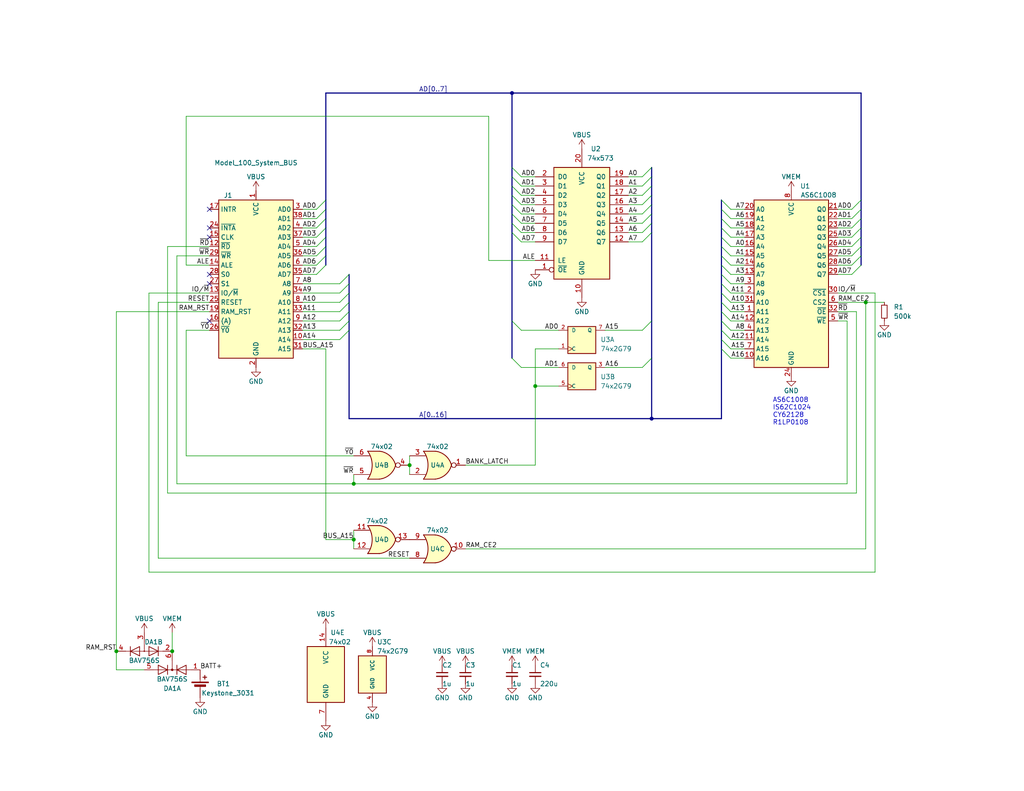
<source format=kicad_sch>
(kicad_sch (version 20230121) (generator eeschema)
  (paper "USLetter")
  (title_block (title "reQUAD") (date "2023-09-23") (rev "020") (company "Brian K. White - b.kenyon.w@gmail.com") (comment 1 "Original Design: Steve Adolph"))
  (lib_symbols
    (symbol "000_LOCAL:628128_TSOP32"
      (property "Reference" "U" (at -10.16 23.495 0))
      (property "Value" "628128_TSOP32" (at 2.54 23.495 0))
      (symbol "628128_TSOP32_0_0"
        (pin power_in line (at 0 -25.4 90) (length 2.54) (name "GND") (number "24"))
        (pin power_in line (at 0 25.4 270) (length 2.54) (name "VCC") (number "8"))
      )
      (symbol "628128_TSOP32_0_1"
        (rectangle (start -10.16 22.86) (end 10.16 -22.86) (stroke (width 0.254)) (fill (type background)))
      )
      (symbol "628128_TSOP32_1_1"
        (pin input line (at -12.7 -7.62 0) (length 2.54) (name "A11") (number "1"))
        (pin input line (at -12.7 -20.32 0) (length 2.54) (name "A16") (number "10"))
        (pin input line (at -12.7 -15.24 0) (length 2.54) (name "A14") (number "11"))
        (pin input line (at -12.7 -10.16 0) (length 2.54) (name "A12") (number "12"))
        (pin input line (at -12.7 2.54 0) (length 2.54) (name "A7") (number "13"))
        (pin input line (at -12.7 5.08 0) (length 2.54) (name "A6") (number "14"))
        (pin input line (at -12.7 7.62 0) (length 2.54) (name "A5") (number "15"))
        (pin input line (at -12.7 10.16 0) (length 2.54) (name "A4") (number "16"))
        (pin input line (at -12.7 12.7 0) (length 2.54) (name "A3") (number "17"))
        (pin input line (at -12.7 15.24 0) (length 2.54) (name "A2") (number "18"))
        (pin input line (at -12.7 17.78 0) (length 2.54) (name "A1") (number "19"))
        (pin input line (at -12.7 -2.54 0) (length 2.54) (name "A9") (number "2"))
        (pin input line (at -12.7 20.32 0) (length 2.54) (name "A0") (number "20"))
        (pin tri_state line (at 12.7 20.32 180) (length 2.54) (name "Q0") (number "21"))
        (pin tri_state line (at 12.7 17.78 180) (length 2.54) (name "Q1") (number "22"))
        (pin tri_state line (at 12.7 15.24 180) (length 2.54) (name "Q2") (number "23"))
        (pin tri_state line (at 12.7 12.7 180) (length 2.54) (name "Q3") (number "25"))
        (pin tri_state line (at 12.7 10.16 180) (length 2.54) (name "Q4") (number "26"))
        (pin tri_state line (at 12.7 7.62 180) (length 2.54) (name "Q5") (number "27"))
        (pin tri_state line (at 12.7 5.08 180) (length 2.54) (name "Q6") (number "28"))
        (pin tri_state line (at 12.7 2.54 180) (length 2.54) (name "Q7") (number "29"))
        (pin input line (at -12.7 0 0) (length 2.54) (name "A8") (number "3"))
        (pin input line (at 12.7 -2.54 180) (length 2.54) (name "~{CS1}") (number "30"))
        (pin input line (at -12.7 -5.08 0) (length 2.54) (name "A10") (number "31"))
        (pin input line (at 12.7 -7.62 180) (length 2.54) (name "~{OE}") (number "32"))
        (pin input line (at -12.7 -12.7 0) (length 2.54) (name "A13") (number "4"))
        (pin input line (at 12.7 -10.16 180) (length 2.54) (name "~{WE}") (number "5"))
        (pin input line (at 12.7 -5.08 180) (length 2.54) (name "CS2") (number "6"))
        (pin input line (at -12.7 -17.78 0) (length 2.54) (name "A15") (number "7"))
        (pin no_connect line (at 10.16 -20.32 180) (length 2.54) hide (name "NC") (number "9"))
      )
    )
    (symbol "000_LOCAL:74x02" (pin_names (offset 1.016))
      (property "Reference" "U" (at 0 1.27 0))
      (property "Value" "74x02" (at 0 -1.27 0))
      (symbol "74x02_1_1"
        (arc (start -3.81 -3.81) (mid -2.589 0) (end -3.81 3.81) (stroke (width 0.254)))
        (arc (start -0.6096 -3.81) (mid 2.1842 -2.5851) (end 3.81 0) (stroke (width 0.254)) (fill (type background)))
        (polyline (pts (xy -3.81 -3.81) (xy -0.635 -3.81)) (stroke (width 0.254)) (fill (type background)))
        (polyline (pts (xy -3.81 3.81) (xy -0.635 3.81)) (stroke (width 0.254)) (fill (type background)))
        (polyline (pts (xy -0.635 3.81) (xy -3.81 3.81) (xy -3.81 3.81) (xy -3.556 3.4036) (xy -3.0226 2.2606) (xy -2.6924 1.0414) (xy -2.6162 -0.254) (xy -2.7686 -1.4986) (xy -3.175 -2.7178) (xy -3.81 -3.81) (xy -3.81 -3.81) (xy -0.635 -3.81)) (stroke (width -25.4)) (fill (type background)))
        (arc (start 3.81 0) (mid 2.1915 2.5936) (end -0.6096 3.81) (stroke (width 0.254)) (fill (type background)))
        (pin output inverted (at 7.62 0 180) (length 3.81) (name "~") (number "1"))
        (pin input line (at -7.62 2.54 0) (length 4.318) (name "~") (number "2"))
        (pin input line (at -7.62 -2.54 0) (length 4.318) (name "~") (number "3"))
      )
      (symbol "74x02_1_2"
        (arc (start 0 -3.81) (mid 3.7934 0) (end 0 3.81) (stroke (width 0.254)) (fill (type background)))
        (polyline (pts (xy 0 3.81) (xy -3.81 3.81) (xy -3.81 -3.81) (xy 0 -3.81)) (stroke (width 0.254)) (fill (type background)))
        (pin output line (at 7.62 0 180) (length 3.81) (name "~") (number "1"))
        (pin input inverted (at -7.62 2.54 0) (length 3.81) (name "~") (number "2"))
        (pin input inverted (at -7.62 -2.54 0) (length 3.81) (name "~") (number "3"))
      )
      (symbol "74x02_2_1"
        (arc (start -3.81 -3.81) (mid -2.589 0) (end -3.81 3.81) (stroke (width 0.254)))
        (arc (start -0.6096 -3.81) (mid 2.1842 -2.5851) (end 3.81 0) (stroke (width 0.254)) (fill (type background)))
        (polyline (pts (xy -3.81 -3.81) (xy -0.635 -3.81)) (stroke (width 0.254)) (fill (type background)))
        (polyline (pts (xy -3.81 3.81) (xy -0.635 3.81)) (stroke (width 0.254)) (fill (type background)))
        (polyline (pts (xy -0.635 3.81) (xy -3.81 3.81) (xy -3.81 3.81) (xy -3.556 3.4036) (xy -3.0226 2.2606) (xy -2.6924 1.0414) (xy -2.6162 -0.254) (xy -2.7686 -1.4986) (xy -3.175 -2.7178) (xy -3.81 -3.81) (xy -3.81 -3.81) (xy -0.635 -3.81)) (stroke (width -25.4)) (fill (type background)))
        (arc (start 3.81 0) (mid 2.1915 2.5936) (end -0.6096 3.81) (stroke (width 0.254)) (fill (type background)))
        (pin output inverted (at 7.62 0 180) (length 3.81) (name "~") (number "4"))
        (pin input line (at -7.62 2.54 0) (length 4.318) (name "~") (number "5"))
        (pin input line (at -7.62 -2.54 0) (length 4.318) (name "~") (number "6"))
      )
      (symbol "74x02_2_2"
        (arc (start 0 -3.81) (mid 3.7934 0) (end 0 3.81) (stroke (width 0.254)) (fill (type background)))
        (polyline (pts (xy 0 3.81) (xy -3.81 3.81) (xy -3.81 -3.81) (xy 0 -3.81)) (stroke (width 0.254)) (fill (type background)))
        (pin output line (at 7.62 0 180) (length 3.81) (name "~") (number "4"))
        (pin input inverted (at -7.62 2.54 0) (length 3.81) (name "~") (number "5"))
        (pin input inverted (at -7.62 -2.54 0) (length 3.81) (name "~") (number "6"))
      )
      (symbol "74x02_3_1"
        (arc (start -3.81 -3.81) (mid -2.589 0) (end -3.81 3.81) (stroke (width 0.254)))
        (arc (start -0.6096 -3.81) (mid 2.1842 -2.5851) (end 3.81 0) (stroke (width 0.254)) (fill (type background)))
        (polyline (pts (xy -3.81 -3.81) (xy -0.635 -3.81)) (stroke (width 0.254)) (fill (type background)))
        (polyline (pts (xy -3.81 3.81) (xy -0.635 3.81)) (stroke (width 0.254)) (fill (type background)))
        (polyline (pts (xy -0.635 3.81) (xy -3.81 3.81) (xy -3.81 3.81) (xy -3.556 3.4036) (xy -3.0226 2.2606) (xy -2.6924 1.0414) (xy -2.6162 -0.254) (xy -2.7686 -1.4986) (xy -3.175 -2.7178) (xy -3.81 -3.81) (xy -3.81 -3.81) (xy -0.635 -3.81)) (stroke (width -25.4)) (fill (type background)))
        (arc (start 3.81 0) (mid 2.1915 2.5936) (end -0.6096 3.81) (stroke (width 0.254)) (fill (type background)))
        (pin output inverted (at 7.62 0 180) (length 3.81) (name "~") (number "10"))
        (pin input line (at -7.62 2.54 0) (length 4.318) (name "~") (number "8"))
        (pin input line (at -7.62 -2.54 0) (length 4.318) (name "~") (number "9"))
      )
      (symbol "74x02_3_2"
        (arc (start 0 -3.81) (mid 3.7934 0) (end 0 3.81) (stroke (width 0.254)) (fill (type background)))
        (polyline (pts (xy 0 3.81) (xy -3.81 3.81) (xy -3.81 -3.81) (xy 0 -3.81)) (stroke (width 0.254)) (fill (type background)))
        (pin output line (at 7.62 0 180) (length 3.81) (name "~") (number "10"))
        (pin input inverted (at -7.62 2.54 0) (length 3.81) (name "~") (number "8"))
        (pin input inverted (at -7.62 -2.54 0) (length 3.81) (name "~") (number "9"))
      )
      (symbol "74x02_4_1"
        (arc (start -3.81 -3.81) (mid -2.589 0) (end -3.81 3.81) (stroke (width 0.254)))
        (arc (start -0.6096 -3.81) (mid 2.1842 -2.5851) (end 3.81 0) (stroke (width 0.254)) (fill (type background)))
        (polyline (pts (xy -3.81 -3.81) (xy -0.635 -3.81)) (stroke (width 0.254)) (fill (type background)))
        (polyline (pts (xy -3.81 3.81) (xy -0.635 3.81)) (stroke (width 0.254)) (fill (type background)))
        (polyline (pts (xy -0.635 3.81) (xy -3.81 3.81) (xy -3.81 3.81) (xy -3.556 3.4036) (xy -3.0226 2.2606) (xy -2.6924 1.0414) (xy -2.6162 -0.254) (xy -2.7686 -1.4986) (xy -3.175 -2.7178) (xy -3.81 -3.81) (xy -3.81 -3.81) (xy -0.635 -3.81)) (stroke (width -25.4)) (fill (type background)))
        (arc (start 3.81 0) (mid 2.1915 2.5936) (end -0.6096 3.81) (stroke (width 0.254)) (fill (type background)))
        (pin input line (at -7.62 2.54 0) (length 4.318) (name "~") (number "11"))
        (pin input line (at -7.62 -2.54 0) (length 4.318) (name "~") (number "12"))
        (pin output inverted (at 7.62 0 180) (length 3.81) (name "~") (number "13"))
      )
      (symbol "74x02_4_2"
        (arc (start 0 -3.81) (mid 3.7934 0) (end 0 3.81) (stroke (width 0.254)) (fill (type background)))
        (polyline (pts (xy 0 3.81) (xy -3.81 3.81) (xy -3.81 -3.81) (xy 0 -3.81)) (stroke (width 0.254)) (fill (type background)))
        (pin input inverted (at -7.62 2.54 0) (length 3.81) (name "~") (number "11"))
        (pin input inverted (at -7.62 -2.54 0) (length 3.81) (name "~") (number "12"))
        (pin output line (at 7.62 0 180) (length 3.81) (name "~") (number "13"))
      )
      (symbol "74x02_5_0"
        (pin power_in line (at 0 12.7 270) (length 5.08) (name "VCC") (number "14"))
        (pin power_in line (at 0 -12.7 90) (length 5.08) (name "GND") (number "7"))
      )
      (symbol "74x02_5_1"
        (rectangle (start -5.08 7.62) (end 5.08 -7.62) (stroke (width 0.254)) (fill (type background)))
      )
    )
    (symbol "000_LOCAL:74x2G79" (pin_names (offset 1.016))
      (property "Reference" "U" (at 1.27 8.89 0))
      (property "Value" "74x2G79" (at 1.27 6.35 0))
      (symbol "74x2G79_1_1"
        (rectangle (start -3.81 3.556) (end 3.81 -3.81) (stroke (width 0.254)) (fill (type background)))
        (pin input clock (at -6.35 -2.54 0) (length 2.54) (name "C") (number "1"))
        (pin input line (at -6.35 2.54 0) (length 2.54) (name "D") (number "2"))
        (pin output line (at 6.35 2.54 180) (length 2.54) (name "Q") (number "7"))
      )
      (symbol "74x2G79_2_1"
        (rectangle (start -3.81 3.81) (end 3.81 -3.556) (stroke (width 0.254)) (fill (type background)))
        (pin output line (at 6.35 2.54 180) (length 2.54) (name "Q") (number "3"))
        (pin input clock (at -6.35 -2.54 0) (length 2.54) (name "C") (number "5"))
        (pin input line (at -6.35 2.54 0) (length 2.54) (name "D") (number "6"))
      )
      (symbol "74x2G79_3_1"
        (rectangle (start -3.81 5.08) (end 3.81 -5.08) (stroke (width 0.254)) (fill (type background)))
        (pin power_in line (at 0 -7.62 90) (length 2.54) (name "GND") (number "4"))
        (pin power_in line (at 0 7.62 270) (length 2.54) (name "VCC") (number "8"))
      )
    )
    (symbol "000_LOCAL:74x573" (pin_names (offset 1.016))
      (property "Reference" "U?" (at 0 0.762 0))
      (property "Value" "74x573" (at 0.127 -2.032 0))
      (symbol "74x573_1_0"
        (pin input inverted (at -12.7 -12.7 0) (length 5.08) (name "~{OE}") (number "1"))
        (pin power_in line (at 0 -20.32 90) (length 5.08) (name "GND") (number "10"))
        (pin input line (at -12.7 -10.16 0) (length 5.08) (name "LE") (number "11"))
        (pin tri_state line (at 12.7 -5.08 180) (length 5.08) (name "Q7") (number "12"))
        (pin tri_state line (at 12.7 -2.54 180) (length 5.08) (name "Q6") (number "13"))
        (pin tri_state line (at 12.7 0 180) (length 5.08) (name "Q5") (number "14"))
        (pin tri_state line (at 12.7 2.54 180) (length 5.08) (name "Q4") (number "15"))
        (pin tri_state line (at 12.7 5.08 180) (length 5.08) (name "Q3") (number "16"))
        (pin tri_state line (at 12.7 7.62 180) (length 5.08) (name "Q2") (number "17"))
        (pin tri_state line (at 12.7 10.16 180) (length 5.08) (name "Q1") (number "18"))
        (pin tri_state line (at 12.7 12.7 180) (length 5.08) (name "Q0") (number "19"))
        (pin input line (at -12.7 12.7 0) (length 5.08) (name "D0") (number "2"))
        (pin power_in line (at 0 20.32 270) (length 5.08) (name "VCC") (number "20"))
        (pin input line (at -12.7 10.16 0) (length 5.08) (name "D1") (number "3"))
        (pin input line (at -12.7 7.62 0) (length 5.08) (name "D2") (number "4"))
        (pin input line (at -12.7 5.08 0) (length 5.08) (name "D3") (number "5"))
        (pin input line (at -12.7 2.54 0) (length 5.08) (name "D4") (number "6"))
        (pin input line (at -12.7 0 0) (length 5.08) (name "D5") (number "7"))
        (pin input line (at -12.7 -2.54 0) (length 5.08) (name "D6") (number "8"))
        (pin input line (at -12.7 -5.08 0) (length 5.08) (name "D7") (number "9"))
      )
      (symbol "74x573_1_1"
        (rectangle (start -7.62 15.24) (end 7.62 -15.24) (stroke (width 0.254)) (fill (type background)))
      )
    )
    (symbol "000_LOCAL:BAV756S" (pin_names (offset 0.0254) hide)
      (property "Reference" "D" (at 0 2.54 0))
      (property "Value" "BAV756S" (at 0 5.08 0))
      (symbol "BAV756S_1_1"
        (polyline (pts (xy -5.08 0) (xy 5.08 0)))
        (polyline (pts (xy 0 0) (xy 0 -2.54)))
        (polyline (pts (xy -1.27 -1.27) (xy -1.27 1.27) (xy -1.27 1.27)) (stroke (width 0.2032)))
        (polyline (pts (xy 1.27 -1.27) (xy 1.27 1.27) (xy 1.27 1.27)) (stroke (width 0.2032)))
        (polyline (pts (xy -3.81 1.27) (xy -1.27 0) (xy -3.81 -1.27) (xy -3.81 1.27) (xy -3.81 1.27) (xy -3.81 1.27)) (stroke (width 0.2032)))
        (polyline (pts (xy 3.81 -1.27) (xy 1.27 0) (xy 3.81 1.27) (xy 3.81 -1.27) (xy 3.81 -1.27) (xy 3.81 -1.27)) (stroke (width 0.2032)))
        (circle (center 0 0) (radius 0.254) (fill (type outline)))
        (pin passive line (at -7.62 0 0) (length 2.54) (name "A1") (number "1"))
        (pin passive line (at 7.62 0 180) (length 2.54) (name "A4") (number "5"))
        (pin passive line (at 0 -5.08 90) (length 2.54) (name "CK") (number "6"))
      )
      (symbol "BAV756S_2_1"
        (polyline (pts (xy -5.08 0) (xy 5.08 0)))
        (polyline (pts (xy 0 0) (xy 0 -2.54)))
        (polyline (pts (xy -3.81 1.27) (xy -3.81 -1.27) (xy -3.81 -1.27)) (stroke (width 0.2032)))
        (polyline (pts (xy 3.81 1.27) (xy 3.81 -1.27) (xy 3.81 -1.27)) (stroke (width 0.2032)))
        (polyline (pts (xy -1.27 -1.27) (xy -3.81 0) (xy -1.27 1.27) (xy -1.27 -1.27) (xy -1.27 -1.27) (xy -1.27 -1.27)) (stroke (width 0.2032)))
        (polyline (pts (xy 1.27 1.27) (xy 3.81 0) (xy 1.27 -1.27) (xy 1.27 1.27) (xy 1.27 1.27) (xy 1.27 1.27)) (stroke (width 0.2032)))
        (circle (center 0 0) (radius 0.127))
        (pin passive line (at -7.62 0 0) (length 2.54) (name "K2") (number "2"))
        (pin passive line (at 0 -5.08 90) (length 2.54) (name "CA") (number "3"))
        (pin passive line (at 7.62 0 180) (length 2.54) (name "K3") (number "4"))
      )
    )
    (symbol "000_LOCAL:Battery_Cell" (pin_numbers hide) (pin_names (offset 0) hide)
      (property "Reference" "BT" (at 2.54 2.54 0))
      (property "Value" "Battery_Cell" (at 2.54 0 0))
      (symbol "Battery_Cell_0_1"
        (rectangle (start -2.286 1.778) (end 2.286 1.524) (fill (type outline)))
        (rectangle (start -1.524 1.016) (end 1.524 0.508) (fill (type outline)))
        (polyline (pts (xy 0 0.762) (xy 0 0)))
        (polyline (pts (xy 0 1.778) (xy 0 2.54)))
        (polyline (pts (xy 0.762 3.048) (xy 1.778 3.048)) (stroke (width 0.254)))
        (polyline (pts (xy 1.27 3.556) (xy 1.27 2.54)) (stroke (width 0.254)))
      )
      (symbol "Battery_Cell_1_1"
        (pin passive line (at 0 5.08 270) (length 2.54) (name "+") (number "1"))
        (pin passive line (at 0 -2.54 90) (length 2.54) (name "-") (number "2"))
      )
    )
    (symbol "000_LOCAL:C" (pin_numbers hide) (pin_names (offset 0.254) hide)
      (property "Reference" "C" (at 0.254 1.778 0))
      (property "Value" "C" (at 0.254 -2.032 0))
      (symbol "C_0_1"
        (polyline (pts (xy -1.524 -0.508) (xy 1.524 -0.508)) (stroke (width 0.3302)))
        (polyline (pts (xy -1.524 0.508) (xy 1.524 0.508)) (stroke (width 0.3048)))
      )
      (symbol "C_1_1"
        (pin passive line (at 0 2.54 270) (length 2.032) (name "~") (number "1"))
        (pin passive line (at 0 -2.54 90) (length 2.032) (name "~") (number "2"))
      )
    )
    (symbol "000_LOCAL:C_Small" (pin_numbers hide) (pin_names (offset 0.254) hide)
      (property "Reference" "C" (at 0.254 1.778 0))
      (property "Value" "C_Small" (at 0.254 -2.032 0))
      (symbol "C_Small_0_1"
        (polyline (pts (xy -1.524 -0.508) (xy 1.524 -0.508)) (stroke (width 0.3302)))
        (polyline (pts (xy -1.524 0.508) (xy 1.524 0.508)) (stroke (width 0.3048)))
      )
      (symbol "C_Small_1_1"
        (pin passive line (at 0 2.54 270) (length 2.032) (name "~") (number "1"))
        (pin passive line (at 0 -2.54 90) (length 2.032) (name "~") (number "2"))
      )
    )
    (symbol "000_LOCAL:Model_100_System_BUS"
      (property "Reference" "J" (at -7.62 22.86 0))
      (property "Value" "Model_100_System_BUS" (at 15.621 27.305 0))
      (symbol "Model_100_System_BUS_0_1"
        (rectangle (start -10.16 21.59) (end 10.16 -21.59) (stroke (width 0.254)) (fill (type background)))
      )
      (symbol "Model_100_System_BUS_1_1"
        (pin power_out line (at 0 24.13 270) (length 2.54) (name "VCC") (number "1"))
        (pin output line (at 12.7 -16.51 180) (length 2.54) (name "A14") (number "10"))
        (pin passive line (at 0 -24.13 90) (length 2.54) hide (name "GND") (number "11"))
        (pin output line (at -12.7 8.89 0) (length 2.54) (name "~{RD}") (number "12"))
        (pin output line (at -12.7 -3.81 0) (length 2.54) (name "IO/~{M}") (number "13"))
        (pin output line (at -12.7 3.81 0) (length 2.54) (name "ALE") (number "14"))
        (pin output line (at -12.7 11.43 0) (length 2.54) (name "CLK") (number "15"))
        (pin output line (at -12.7 -11.43 0) (length 2.54) (name "(A)") (number "16"))
        (pin input line (at -12.7 19.05 0) (length 2.54) (name "INTR") (number "17"))
        (pin passive line (at 0 -24.13 90) (length 2.54) hide (name "GND") (number "18"))
        (pin output line (at -12.7 -8.89 0) (length 2.54) (name "RAM_RST") (number "19"))
        (pin power_out line (at 0 -24.13 90) (length 2.54) (name "GND") (number "2"))
        (pin no_connect line (at -10.16 -17.78 0) (length 2.54) hide (name "NC") (number "20"))
        (pin no_connect line (at -10.16 -19.05 0) (length 2.54) hide (name "NC") (number "21"))
        (pin no_connect line (at -10.16 -20.32 0) (length 2.54) hide (name "NC") (number "22"))
        (pin passive line (at 0 -24.13 90) (length 2.54) hide (name "GND") (number "23"))
        (pin output line (at -12.7 13.97 0) (length 2.54) (name "~{INTA}") (number "24"))
        (pin output line (at -12.7 -6.35 0) (length 2.54) (name "RESET") (number "25"))
        (pin output line (at -12.7 -13.97 0) (length 2.54) (name "~{Y0}") (number "26"))
        (pin output line (at -12.7 -1.27 0) (length 2.54) (name "S1") (number "27"))
        (pin output line (at -12.7 1.27 0) (length 2.54) (name "S0") (number "28"))
        (pin output line (at -12.7 6.35 0) (length 2.54) (name "~{WR}") (number "29"))
        (pin bidirectional line (at 12.7 19.05 180) (length 2.54) (name "AD0") (number "3"))
        (pin passive line (at 0 -24.13 90) (length 2.54) hide (name "GND") (number "30"))
        (pin output line (at 12.7 -19.05 180) (length 2.54) (name "A15") (number "31"))
        (pin output line (at 12.7 -13.97 180) (length 2.54) (name "A13") (number "32"))
        (pin output line (at 12.7 -8.89 180) (length 2.54) (name "A11") (number "33"))
        (pin output line (at 12.7 -3.81 180) (length 2.54) (name "A9") (number "34"))
        (pin bidirectional line (at 12.7 1.27 180) (length 2.54) (name "AD7") (number "35"))
        (pin bidirectional line (at 12.7 6.35 180) (length 2.54) (name "AD5") (number "36"))
        (pin bidirectional line (at 12.7 11.43 180) (length 2.54) (name "AD3") (number "37"))
        (pin bidirectional line (at 12.7 16.51 180) (length 2.54) (name "AD1") (number "38"))
        (pin passive line (at 0 -24.13 90) (length 2.54) hide (name "GND") (number "39"))
        (pin bidirectional line (at 12.7 13.97 180) (length 2.54) (name "AD2") (number "4"))
        (pin passive line (at 0 24.13 270) (length 2.54) hide (name "VCC") (number "40"))
        (pin bidirectional line (at 12.7 8.89 180) (length 2.54) (name "AD4") (number "5"))
        (pin bidirectional line (at 12.7 3.81 180) (length 2.54) (name "AD6") (number "6"))
        (pin output line (at 12.7 -1.27 180) (length 2.54) (name "A8") (number "7"))
        (pin output line (at 12.7 -6.35 180) (length 2.54) (name "A10") (number "8"))
        (pin output line (at 12.7 -11.43 180) (length 2.54) (name "A12") (number "9"))
      )
    )
    (symbol "000_LOCAL:R" (pin_numbers hide) (pin_names (offset 0.254) hide)
      (property "Reference" "R" (at 0.762 0.508 0))
      (property "Value" "R_Small" (at 0.762 -1.016 0))
      (symbol "R_0_1"
        (rectangle (start -0.762 1.778) (end 0.762 -1.778) (stroke (width 0.2032)))
      )
      (symbol "R_1_1"
        (pin passive line (at 0 2.54 270) (length 0.762) (name "~") (number "1"))
        (pin passive line (at 0 -2.54 90) (length 0.762) (name "~") (number "2"))
      )
    )
    (symbol "GND_1" (power) (pin_names (offset 0))
      (property "Value" "GND_1" (at 0 -3.81 0))
      (symbol "GND_1_0_1"
        (polyline (pts (xy 0 0) (xy 0 -1.27) (xy 1.27 -1.27) (xy 0 -2.54) (xy -1.27 -1.27) (xy 0 -1.27)))
      )
      (symbol "GND_1_1_1"
        (pin power_in line (at 0 0 270) (length 0) hide (name "GND") (number "1"))
      )
    )
    (symbol "GND_2" (power) (pin_names (offset 0))
      (property "Value" "GND_2" (at 0 -3.81 0))
      (symbol "GND_2_0_1"
        (polyline (pts (xy 0 0) (xy 0 -1.27) (xy 1.27 -1.27) (xy 0 -2.54) (xy -1.27 -1.27) (xy 0 -1.27)))
      )
      (symbol "GND_2_1_1"
        (pin power_in line (at 0 0 270) (length 0) hide (name "GND") (number "1"))
      )
    )
    (symbol "GND_3" (power) (pin_names (offset 0))
      (property "Value" "GND_3" (at 0 -3.81 0))
      (symbol "GND_3_0_1"
        (polyline (pts (xy 0 0) (xy 0 -1.27) (xy 1.27 -1.27) (xy 0 -2.54) (xy -1.27 -1.27) (xy 0 -1.27)))
      )
      (symbol "GND_3_1_1"
        (pin power_in line (at 0 0 270) (length 0) hide (name "GND") (number "1"))
      )
    )
    (symbol "GND_4" (power) (pin_names (offset 0))
      (property "Value" "GND_4" (at 0 -3.81 0))
      (symbol "GND_4_0_1"
        (polyline (pts (xy 0 0) (xy 0 -1.27) (xy 1.27 -1.27) (xy 0 -2.54) (xy -1.27 -1.27) (xy 0 -1.27)))
      )
      (symbol "GND_4_1_1"
        (pin power_in line (at 0 0 270) (length 0) hide (name "GND") (number "1"))
      )
    )
    (symbol "GND_5" (power) (pin_names (offset 0))
      (property "Value" "GND_5" (at 0 -3.81 0))
      (symbol "GND_5_0_1"
        (polyline (pts (xy 0 0) (xy 0 -1.27) (xy 1.27 -1.27) (xy 0 -2.54) (xy -1.27 -1.27) (xy 0 -1.27)))
      )
      (symbol "GND_5_1_1"
        (pin power_in line (at 0 0 270) (length 0) hide (name "GND") (number "1"))
      )
    )
    (symbol "GND_6" (power) (pin_names (offset 0))
      (property "Value" "GND_6" (at 0 -3.81 0))
      (symbol "GND_6_0_1"
        (polyline (pts (xy 0 0) (xy 0 -1.27) (xy 1.27 -1.27) (xy 0 -2.54) (xy -1.27 -1.27) (xy 0 -1.27)))
      )
      (symbol "GND_6_1_1"
        (pin power_in line (at 0 0 270) (length 0) hide (name "GND") (number "1"))
      )
    )
    (symbol "VMEM_1" (power) (pin_names (offset 0))
      (property "Value" "VMEM_1" (at 0 3.81 0))
      (symbol "VMEM_1_0_1"
        (polyline (pts (xy -0.762 1.27) (xy 0 2.54)))
        (polyline (pts (xy 0 0) (xy 0 2.54)))
        (polyline (pts (xy 0 2.54) (xy 0.762 1.27)))
      )
      (symbol "VMEM_1_1_1"
        (pin power_in line (at 0 0 90) (length 0) hide (name "VMEM") (number "1"))
      )
    )
    (symbol "VMEM_2" (power) (pin_names (offset 0))
      (property "Value" "VMEM_2" (at 0 3.81 0))
      (symbol "VMEM_2_0_1"
        (polyline (pts (xy -0.762 1.27) (xy 0 2.54)))
        (polyline (pts (xy 0 0) (xy 0 2.54)))
        (polyline (pts (xy 0 2.54) (xy 0.762 1.27)))
      )
      (symbol "VMEM_2_1_1"
        (pin power_in line (at 0 0 90) (length 0) hide (name "VMEM") (number "1"))
      )
    )
    (symbol "power:GND" (power) (pin_names (offset 0))
      (property "Value" "GND" (at 0 -3.81 0))
      (symbol "GND_0_1"
        (polyline (pts (xy 0 0) (xy 0 -1.27) (xy 1.27 -1.27) (xy 0 -2.54) (xy -1.27 -1.27) (xy 0 -1.27)))
      )
      (symbol "GND_1_1"
        (pin power_in line (at 0 0 270) (length 0) hide (name "GND") (number "1"))
      )
    )
    (symbol "power:VBUS" (power) (pin_names (offset 0))
      (property "Value" "VBUS" (at 0 3.81 0))
      (symbol "VBUS_0_1"
        (polyline (pts (xy -0.762 1.27) (xy 0 2.54)))
        (polyline (pts (xy 0 0) (xy 0 2.54)))
        (polyline (pts (xy 0 2.54) (xy 0.762 1.27)))
      )
      (symbol "VBUS_1_1"
        (pin power_in line (at 0 0 90) (length 0) hide (name "VBUS") (number "1"))
      )
    )
    (symbol "power:VMEM" (power) (pin_names (offset 0))
      (property "Value" "VMEM" (at 0 3.81 0))
      (symbol "VMEM_0_1"
        (polyline (pts (xy -0.762 1.27) (xy 0 2.54)))
        (polyline (pts (xy 0 0) (xy 0 2.54)))
        (polyline (pts (xy 0 2.54) (xy 0.762 1.27)))
      )
      (symbol "VMEM_1_1"
        (pin power_in line (at 0 0 90) (length 0) hide (name "VMEM") (number "1"))
      )
    )
  )
  (junction (at 96.52 147.32))
  (junction (at 177.8 114.3))
  (junction (at 46.99 177.8))
  (junction (at 146.05 105.41))
  (junction (at 236.22 82.55))
  (junction (at 139.7 25.4))
  (junction (at 31.75 177.8))
  (junction (at 111.76 127))
  (junction (at 96.52 132.08))
  (no_connect (at 57.15 57.15))
  (no_connect (at 57.15 64.77))
  (no_connect (at 57.15 74.93))
  (no_connect (at 57.15 87.63))
  (no_connect (at 57.15 77.47))
  (no_connect (at 57.15 62.23))
  (bus_entry (at 88.9 69.85) (size -2.54 2.54))
  (bus_entry (at 234.95 59.69) (size -2.54 2.54))
  (bus_entry (at 234.95 69.85) (size -2.54 2.54))
  (bus_entry (at 88.9 64.77) (size -2.54 2.54))
  (bus_entry (at 196.85 95.25) (size 2.54 2.54))
  (bus_entry (at 88.9 67.31) (size -2.54 2.54))
  (bus_entry (at 234.95 62.23) (size -2.54 2.54))
  (bus_entry (at 139.7 55.88) (size 2.54 2.54))
  (bus_entry (at 95.25 82.55) (size -2.54 2.54))
  (bus_entry (at 139.7 45.72) (size 2.54 2.54))
  (bus_entry (at 177.8 58.42) (size -2.54 2.54))
  (bus_entry (at 139.7 53.34) (size 2.54 2.54))
  (bus_entry (at 139.7 63.5) (size 2.54 2.54))
  (bus_entry (at 88.9 59.69) (size -2.54 2.54))
  (bus_entry (at 196.85 87.63) (size 2.54 2.54))
  (bus_entry (at 234.95 64.77) (size -2.54 2.54))
  (bus_entry (at 177.8 97.79) (size -2.54 2.54))
  (bus_entry (at 139.7 50.8) (size 2.54 2.54))
  (bus_entry (at 95.25 77.47) (size -2.54 2.54))
  (bus_entry (at 177.8 53.34) (size -2.54 2.54))
  (bus_entry (at 196.85 72.39) (size 2.54 2.54))
  (bus_entry (at 196.85 67.31) (size 2.54 2.54))
  (bus_entry (at 196.85 74.93) (size 2.54 2.54))
  (bus_entry (at 196.85 69.85) (size 2.54 2.54))
  (bus_entry (at 88.9 72.39) (size -2.54 2.54))
  (bus_entry (at 234.95 72.39) (size -2.54 2.54))
  (bus_entry (at 177.8 60.96) (size -2.54 2.54))
  (bus_entry (at 234.95 67.31) (size -2.54 2.54))
  (bus_entry (at 196.85 62.23) (size 2.54 2.54))
  (bus_entry (at 88.9 54.61) (size -2.54 2.54))
  (bus_entry (at 177.8 48.26) (size -2.54 2.54))
  (bus_entry (at 139.7 58.42) (size 2.54 2.54))
  (bus_entry (at 177.8 45.72) (size -2.54 2.54))
  (bus_entry (at 95.25 87.63) (size -2.54 2.54))
  (bus_entry (at 177.8 63.5) (size -2.54 2.54))
  (bus_entry (at 196.85 82.55) (size 2.54 2.54))
  (bus_entry (at 234.95 54.61) (size -2.54 2.54))
  (bus_entry (at 177.8 87.63) (size -2.54 2.54))
  (bus_entry (at 196.85 92.71) (size 2.54 2.54))
  (bus_entry (at 139.7 60.96) (size 2.54 2.54))
  (bus_entry (at 95.25 74.93) (size -2.54 2.54))
  (bus_entry (at 88.9 57.15) (size -2.54 2.54))
  (bus_entry (at 196.85 77.47) (size 2.54 2.54))
  (bus_entry (at 139.7 48.26) (size 2.54 2.54))
  (bus_entry (at 95.25 85.09) (size -2.54 2.54))
  (bus_entry (at 95.25 80.01) (size -2.54 2.54))
  (bus_entry (at 196.85 57.15) (size 2.54 2.54))
  (bus_entry (at 88.9 62.23) (size -2.54 2.54))
  (bus_entry (at 139.7 87.63) (size 2.54 2.54))
  (bus_entry (at 139.7 97.79) (size 2.54 2.54))
  (bus_entry (at 196.85 54.61) (size 2.54 2.54))
  (bus_entry (at 234.95 57.15) (size -2.54 2.54))
  (bus_entry (at 196.85 90.17) (size 2.54 2.54))
  (bus_entry (at 177.8 50.8) (size -2.54 2.54))
  (bus_entry (at 196.85 80.01) (size 2.54 2.54))
  (bus_entry (at 177.8 55.88) (size -2.54 2.54))
  (bus_entry (at 95.25 90.17) (size -2.54 2.54))
  (bus_entry (at 196.85 64.77) (size 2.54 2.54))
  (bus_entry (at 196.85 85.09) (size 2.54 2.54))
  (bus_entry (at 196.85 59.69) (size 2.54 2.54))
  (wire (pts (xy 199.39 95.25) (xy 203.2 95.25)))
  (bus (pts (xy 88.9 62.23) (xy 88.9 64.77)))
  (bus (pts (xy 88.9 25.4) (xy 88.9 54.61)))
  (wire (pts (xy 199.39 90.17) (xy 203.2 90.17)))
  (wire (pts (xy 171.45 58.42) (xy 175.26 58.42)))
  (bus (pts (xy 234.95 69.85) (xy 234.95 72.39)))
  (wire (pts (xy 199.39 77.47) (xy 203.2 77.47)))
  (wire (pts (xy 171.45 63.5) (xy 175.26 63.5)))
  (wire (pts (xy 82.55 72.39) (xy 86.36 72.39)))
  (bus (pts (xy 139.7 87.63) (xy 139.7 97.79)))
  (wire (pts (xy 199.39 85.09) (xy 203.2 85.09)))
  (wire (pts (xy 199.39 67.31) (xy 203.2 67.31)))
  (wire (pts (xy 39.37 182.88) (xy 31.75 182.88)))
  (bus (pts (xy 234.95 25.4) (xy 234.95 54.61)))
  (bus (pts (xy 234.95 54.61) (xy 234.95 57.15)))
  (wire (pts (xy 142.24 90.17) (xy 152.4 90.17)))
  (wire (pts (xy 142.24 55.88) (xy 146.05 55.88)))
  (wire (pts (xy 45.72 67.31) (xy 57.15 67.31)))
  (wire (pts (xy 199.39 62.23) (xy 203.2 62.23)))
  (bus (pts (xy 177.8 48.26) (xy 177.8 50.8)))
  (wire (pts (xy 82.55 59.69) (xy 86.36 59.69)))
  (bus (pts (xy 88.9 54.61) (xy 88.9 57.15)))
  (bus (pts (xy 196.85 85.09) (xy 196.85 87.63)))
  (bus (pts (xy 177.8 50.8) (xy 177.8 53.34)))
  (wire (pts (xy 165.1 100.33) (xy 175.26 100.33)))
  (wire (pts (xy 228.6 85.09) (xy 233.68 85.09)))
  (bus (pts (xy 95.25 87.63) (xy 95.25 90.17)))
  (wire (pts (xy 57.15 72.39) (xy 50.8 72.39)))
  (wire (pts (xy 31.75 85.09) (xy 31.75 177.8)))
  (wire (pts (xy 82.55 64.77) (xy 86.36 64.77)))
  (wire (pts (xy 199.39 57.15) (xy 203.2 57.15)))
  (wire (pts (xy 165.1 90.17) (xy 175.26 90.17)))
  (wire (pts (xy 228.6 62.23) (xy 232.41 62.23)))
  (bus (pts (xy 95.25 85.09) (xy 95.25 87.63)))
  (bus (pts (xy 95.25 74.93) (xy 95.25 77.47)))
  (wire (pts (xy 40.64 80.01) (xy 40.64 156.21)))
  (wire (pts (xy 50.8 124.46) (xy 96.52 124.46)))
  (wire (pts (xy 228.6 69.85) (xy 232.41 69.85)))
  (bus (pts (xy 234.95 62.23) (xy 234.95 64.77)))
  (wire (pts (xy 96.52 144.78) (xy 96.52 147.32)))
  (bus (pts (xy 88.9 67.31) (xy 88.9 69.85)))
  (wire (pts (xy 45.72 67.31) (xy 45.72 134.62)))
  (wire (pts (xy 228.6 80.01) (xy 238.76 80.01)))
  (wire (pts (xy 82.55 74.93) (xy 86.36 74.93)))
  (bus (pts (xy 139.7 63.5) (xy 139.7 87.63)))
  (wire (pts (xy 142.24 58.42) (xy 146.05 58.42)))
  (wire (pts (xy 96.52 147.32) (xy 96.52 149.86)))
  (bus (pts (xy 196.85 77.47) (xy 196.85 80.01)))
  (bus (pts (xy 95.25 80.01) (xy 95.25 82.55)))
  (wire (pts (xy 40.64 80.01) (xy 57.15 80.01)))
  (bus (pts (xy 234.95 64.77) (xy 234.95 67.31)))
  (wire (pts (xy 142.24 48.26) (xy 146.05 48.26)))
  (wire (pts (xy 111.76 152.4) (xy 43.18 152.4)))
  (bus (pts (xy 196.85 54.61) (xy 196.85 57.15)))
  (bus (pts (xy 234.95 57.15) (xy 234.95 59.69)))
  (bus (pts (xy 196.85 90.17) (xy 196.85 92.71)))
  (wire (pts (xy 82.55 67.31) (xy 86.36 67.31)))
  (wire (pts (xy 82.55 77.47) (xy 92.71 77.47)))
  (wire (pts (xy 238.76 80.01) (xy 238.76 156.21)))
  (wire (pts (xy 43.18 82.55) (xy 43.18 152.4)))
  (wire (pts (xy 199.39 80.01) (xy 203.2 80.01)))
  (wire (pts (xy 82.55 80.01) (xy 92.71 80.01)))
  (bus (pts (xy 196.85 72.39) (xy 196.85 74.93)))
  (wire (pts (xy 146.05 105.41) (xy 152.4 105.41)))
  (wire (pts (xy 146.05 105.41) (xy 146.05 95.25)))
  (bus (pts (xy 88.9 57.15) (xy 88.9 59.69)))
  (wire (pts (xy 228.6 82.55) (xy 236.22 82.55)))
  (bus (pts (xy 88.9 59.69) (xy 88.9 62.23)))
  (bus (pts (xy 177.8 87.63) (xy 177.8 97.79)))
  (bus (pts (xy 177.8 114.3) (xy 196.85 114.3)))
  (bus (pts (xy 177.8 97.79) (xy 177.8 114.3)))
  (wire (pts (xy 199.39 64.77) (xy 203.2 64.77)))
  (bus (pts (xy 95.25 77.47) (xy 95.25 80.01)))
  (wire (pts (xy 96.52 132.08) (xy 96.52 129.54)))
  (bus (pts (xy 139.7 25.4) (xy 234.95 25.4)))
  (wire (pts (xy 142.24 50.8) (xy 146.05 50.8)))
  (wire (pts (xy 146.05 95.25) (xy 152.4 95.25)))
  (wire (pts (xy 82.55 90.17) (xy 92.71 90.17)))
  (wire (pts (xy 88.9 95.25) (xy 88.9 147.32)))
  (wire (pts (xy 82.55 69.85) (xy 86.36 69.85)))
  (bus (pts (xy 139.7 55.88) (xy 139.7 58.42)))
  (wire (pts (xy 133.35 31.75) (xy 133.35 71.12)))
  (wire (pts (xy 231.14 87.63) (xy 228.6 87.63)))
  (wire (pts (xy 228.6 72.39) (xy 232.41 72.39)))
  (wire (pts (xy 171.45 55.88) (xy 175.26 55.88)))
  (bus (pts (xy 196.85 82.55) (xy 196.85 85.09)))
  (bus (pts (xy 139.7 50.8) (xy 139.7 53.34)))
  (wire (pts (xy 142.24 60.96) (xy 146.05 60.96)))
  (wire (pts (xy 199.39 72.39) (xy 203.2 72.39)))
  (wire (pts (xy 142.24 53.34) (xy 146.05 53.34)))
  (wire (pts (xy 82.55 95.25) (xy 88.9 95.25)))
  (wire (pts (xy 88.9 147.32) (xy 96.52 147.32)))
  (wire (pts (xy 50.8 90.17) (xy 57.15 90.17)))
  (bus (pts (xy 139.7 58.42) (xy 139.7 60.96)))
  (wire (pts (xy 171.45 66.04) (xy 175.26 66.04)))
  (wire (pts (xy 142.24 66.04) (xy 146.05 66.04)))
  (bus (pts (xy 196.85 74.93) (xy 196.85 77.47)))
  (bus (pts (xy 95.25 114.3) (xy 177.8 114.3)))
  (wire (pts (xy 50.8 90.17) (xy 50.8 124.46)))
  (wire (pts (xy 111.76 124.46) (xy 111.76 127)))
  (bus (pts (xy 95.25 90.17) (xy 95.25 114.3)))
  (wire (pts (xy 48.26 69.85) (xy 57.15 69.85)))
  (wire (pts (xy 111.76 127) (xy 111.76 129.54)))
  (wire (pts (xy 199.39 87.63) (xy 203.2 87.63)))
  (wire (pts (xy 228.6 57.15) (xy 232.41 57.15)))
  (bus (pts (xy 196.85 67.31) (xy 196.85 69.85)))
  (wire (pts (xy 171.45 53.34) (xy 175.26 53.34)))
  (bus (pts (xy 234.95 59.69) (xy 234.95 62.23)))
  (wire (pts (xy 82.55 82.55) (xy 92.71 82.55)))
  (wire (pts (xy 82.55 62.23) (xy 86.36 62.23)))
  (bus (pts (xy 88.9 69.85) (xy 88.9 72.39)))
  (wire (pts (xy 231.14 87.63) (xy 231.14 132.08)))
  (bus (pts (xy 234.95 67.31) (xy 234.95 69.85)))
  (wire (pts (xy 199.39 69.85) (xy 203.2 69.85)))
  (bus (pts (xy 177.8 60.96) (xy 177.8 63.5)))
  (bus (pts (xy 88.9 25.4) (xy 139.7 25.4)))
  (wire (pts (xy 171.45 48.26) (xy 175.26 48.26)))
  (bus (pts (xy 139.7 53.34) (xy 139.7 55.88)))
  (wire (pts (xy 142.24 100.33) (xy 152.4 100.33)))
  (bus (pts (xy 196.85 92.71) (xy 196.85 95.25)))
  (wire (pts (xy 82.55 92.71) (xy 92.71 92.71)))
  (wire (pts (xy 236.22 82.55) (xy 236.22 149.86)))
  (wire (pts (xy 31.75 182.88) (xy 31.75 177.8)))
  (wire (pts (xy 146.05 105.41) (xy 146.05 127)))
  (wire (pts (xy 199.39 59.69) (xy 203.2 59.69)))
  (bus (pts (xy 139.7 48.26) (xy 139.7 50.8)))
  (wire (pts (xy 48.26 69.85) (xy 48.26 132.08)))
  (wire (pts (xy 228.6 74.93) (xy 232.41 74.93)))
  (bus (pts (xy 196.85 87.63) (xy 196.85 90.17)))
  (wire (pts (xy 48.26 132.08) (xy 96.52 132.08)))
  (bus (pts (xy 139.7 25.4) (xy 139.7 45.72)))
  (wire (pts (xy 46.99 172.72) (xy 46.99 177.8)))
  (bus (pts (xy 177.8 45.72) (xy 177.8 48.26)))
  (bus (pts (xy 177.8 55.88) (xy 177.8 58.42)))
  (bus (pts (xy 177.8 63.5) (xy 177.8 87.63)))
  (wire (pts (xy 50.8 31.75) (xy 50.8 72.39)))
  (bus (pts (xy 196.85 59.69) (xy 196.85 62.23)))
  (wire (pts (xy 45.72 134.62) (xy 233.68 134.62)))
  (wire (pts (xy 171.45 50.8) (xy 175.26 50.8)))
  (wire (pts (xy 82.55 87.63) (xy 92.71 87.63)))
  (bus (pts (xy 95.25 82.55) (xy 95.25 85.09)))
  (bus (pts (xy 196.85 62.23) (xy 196.85 64.77)))
  (wire (pts (xy 171.45 60.96) (xy 175.26 60.96)))
  (wire (pts (xy 142.24 63.5) (xy 146.05 63.5)))
  (bus (pts (xy 196.85 57.15) (xy 196.85 59.69)))
  (bus (pts (xy 196.85 69.85) (xy 196.85 72.39)))
  (wire (pts (xy 82.55 85.09) (xy 92.71 85.09)))
  (wire (pts (xy 199.39 74.93) (xy 203.2 74.93)))
  (bus (pts (xy 196.85 95.25) (xy 196.85 114.3)))
  (bus (pts (xy 177.8 53.34) (xy 177.8 55.88)))
  (wire (pts (xy 96.52 132.08) (xy 231.14 132.08)))
  (wire (pts (xy 233.68 85.09) (xy 233.68 134.62)))
  (wire (pts (xy 228.6 59.69) (xy 232.41 59.69)))
  (bus (pts (xy 139.7 60.96) (xy 139.7 63.5)))
  (bus (pts (xy 196.85 80.01) (xy 196.85 82.55)))
  (wire (pts (xy 238.76 156.21) (xy 40.64 156.21)))
  (wire (pts (xy 82.55 57.15) (xy 86.36 57.15)))
  (wire (pts (xy 228.6 64.77) (xy 232.41 64.77)))
  (wire (pts (xy 43.18 82.55) (xy 57.15 82.55)))
  (wire (pts (xy 199.39 82.55) (xy 203.2 82.55)))
  (bus (pts (xy 139.7 45.72) (xy 139.7 48.26)))
  (wire (pts (xy 236.22 82.55) (xy 241.3 82.55)))
  (wire (pts (xy 133.35 71.12) (xy 146.05 71.12)))
  (wire (pts (xy 127 149.86) (xy 236.22 149.86)))
  (wire (pts (xy 31.75 85.09) (xy 57.15 85.09)))
  (wire (pts (xy 199.39 92.71) (xy 203.2 92.71)))
  (wire (pts (xy 228.6 67.31) (xy 232.41 67.31)))
  (bus (pts (xy 88.9 64.77) (xy 88.9 67.31)))
  (wire (pts (xy 199.39 97.79) (xy 203.2 97.79)))
  (wire (pts (xy 146.05 127) (xy 127 127)))
  (wire (pts (xy 50.8 31.75) (xy 133.35 31.75)))
  (bus (pts (xy 196.85 64.77) (xy 196.85 67.31)))
  (bus (pts (xy 177.8 58.42) (xy 177.8 60.96)))
  (text "AS6C1008\nIS62C1024\nCY62128\nR1LP0108" (at 210.82 116.205 0) (effects (font (size 1.27 1.27)) (justify left bottom)))
  (label "A6" (at 171.45 63.5 0))
  (label "A7" (at 171.45 66.04 0))
  (label "A5" (at 171.45 60.96 0))
  (label "RESET" (at 57.15 82.55 180))
  (label "A13" (at 82.55 90.17 0))
  (label "IO{slash}~{M}" (at 57.15 80.01 180))
  (label "A8" (at 82.55 77.47 0))
  (label "A4" (at 171.45 58.42 0))
  (label "~{Y0}" (at 57.15 90.17 180))
  (label "A6" (at 203.2 59.69 180))
  (label "AD5" (at 82.55 69.85 0))
  (label "AD2" (at 82.55 62.23 0))
  (label "~{WR}" (at 96.52 129.54 180))
  (label "AD1" (at 228.6 59.69 0))
  (label "A11" (at 82.55 85.09 0))
  (label "AD0" (at 152.4 90.17 180))
  (label "A14" (at 203.2 87.63 180))
  (label "AD0" (at 82.55 57.15 0))
  (label "~{RD}" (at 228.6 85.09 0))
  (label "AD6" (at 82.55 72.39 0))
  (label "AD0" (at 228.6 57.15 0))
  (label "AD2" (at 228.6 62.23 0))
  (label "ALE" (at 146.05 71.12 180))
  (label "A13" (at 203.2 85.09 180))
  (label "RAM_RST" (at 57.15 85.09 180))
  (label "AD4" (at 228.6 67.31 0))
  (label "BUS_A15" (at 96.52 147.32 180))
  (label "A14" (at 82.55 92.71 0))
  (label "AD3" (at 228.6 64.77 0))
  (label "A9" (at 82.55 80.01 0))
  (label "A0" (at 203.2 67.31 180))
  (label "A5" (at 203.2 62.23 180))
  (label "A12" (at 82.55 87.63 0))
  (label "AD6" (at 146.05 63.5 180))
  (label "A7" (at 203.2 57.15 180))
  (label "A1" (at 171.45 50.8 0))
  (label "A8" (at 203.2 90.17 180))
  (label "A2" (at 203.2 72.39 180))
  (label "BUS_A15" (at 82.55 95.25 0))
  (label "AD2" (at 146.05 53.34 180))
  (label "BATT+" (at 54.61 182.88 0))
  (label "A1" (at 203.2 69.85 180))
  (label "A10" (at 203.2 82.55 180))
  (label "AD1" (at 146.05 50.8 180))
  (label "A12" (at 203.2 92.71 180))
  (label "AD[0..7]" (at 114.3 25.4 0))
  (label "A16" (at 165.1 100.33 0))
  (label "AD5" (at 146.05 60.96 180))
  (label "AD1" (at 82.55 59.69 0))
  (label "~{Y0}" (at 96.52 124.46 180))
  (label "ALE" (at 57.15 72.39 180))
  (label "AD3" (at 146.05 55.88 180))
  (label "A15" (at 165.1 90.17 0))
  (label "AD4" (at 82.55 67.31 0))
  (label "AD5" (at 228.6 69.85 0))
  (label "AD7" (at 82.55 74.93 0))
  (label "IO{slash}~{M}" (at 228.6 80.01 0))
  (label "A0" (at 171.45 48.26 0))
  (label "~{WR}" (at 57.15 69.85 180))
  (label "~{RD}" (at 57.15 67.31 180))
  (label "AD6" (at 228.6 72.39 0))
  (label "AD1" (at 152.4 100.33 180))
  (label "AD0" (at 146.05 48.26 180))
  (label "RAM_RST" (at 31.75 177.8 180))
  (label "RAM_CE2" (at 127 149.86 0))
  (label "AD3" (at 82.55 64.77 0))
  (label "A11" (at 203.2 80.01 180))
  (label "AD7" (at 146.05 66.04 180))
  (label "BANK_LATCH" (at 127 127 0))
  (label "A10" (at 82.55 82.55 0))
  (label "AD7" (at 228.6 74.93 0))
  (label "A3" (at 203.2 74.93 180))
  (label "A[0..16]" (at 114.3 114.3 0))
  (label "A15" (at 203.2 95.25 180))
  (label "AD4" (at 146.05 58.42 180))
  (label "A4" (at 203.2 64.77 180))
  (label "A2" (at 171.45 53.34 0))
  (label "~{WR}" (at 228.6 87.63 0))
  (label "A3" (at 171.45 55.88 0))
  (label "RAM_CE2" (at 228.6 82.55 0))
  (label "A16" (at 203.2 97.79 180))
  (label "RESET" (at 111.76 152.4 180))
  (label "A9" (at 203.2 77.47 180))
  (symbol (lib_id "000_LOCAL:Model_100_System_BUS") (at 69.85 76.2 0) (unit 1)
    (property "Reference" "J1" (at 62.23 53.34 0))
    (property "Value" "Model_100_System_BUS" (at 69.85 44.45 0))
    (property "Footprint" "000_LOCAL:DIP-40_pins" (effects hide))
    (property "Datasheet" "datasheets/TRS-80_Model_100_User_Guide.pdf" (effects hide))
  )
  (symbol (lib_id "000_LOCAL:74x02") (at 119.38 127 0) (mirror x) (unit 1)
    (property "Reference" "U4" (at 119.38 127 0))
    (property "Value" "74x02" (at 119.38 121.92 0))
    (property "Footprint" "000_LOCAL:TSSOP-14_4.4x5mm_P0.65mm" (effects hide))
    (property "Datasheet" "datasheets/74AHC02.pdf" (effects hide))
  )
  (symbol (lib_id "000_LOCAL:74x02") (at 104.14 127 0) (mirror x) (unit 2)
    (property "Reference" "U4" (at 104.14 127 0))
    (property "Value" "74x02" (at 104.14 121.92 0))
    (property "Footprint" "000_LOCAL:TSSOP-14_4.4x5mm_P0.65mm" (effects hide))
    (property "Datasheet" "datasheets/74AHC02.pdf" (effects hide))
  )
  (symbol (lib_id "000_LOCAL:74x02") (at 119.38 149.86 0) (mirror x) (unit 3)
    (property "Reference" "U4" (at 119.38 149.86 0))
    (property "Value" "74x02" (at 119.38 144.78 0))
    (property "Footprint" "000_LOCAL:TSSOP-14_4.4x5mm_P0.65mm" (effects hide))
    (property "Datasheet" "datasheets/74AHC02.pdf" (effects hide))
  )
  (symbol (lib_id "000_LOCAL:74x02") (at 104.14 147.32 0) (unit 4)
    (property "Reference" "U4" (at 104.14 147.32 0))
    (property "Value" "74x02" (at 102.87 142.24 0))
    (property "Footprint" "000_LOCAL:TSSOP-14_4.4x5mm_P0.65mm" (effects hide))
    (property "Datasheet" "datasheets/74AHC02.pdf" (effects hide))
  )
  (symbol (lib_id "000_LOCAL:628128_TSOP32") (at 215.9 77.47 0) (unit 1)
    (property "Reference" "U1" (at 219.71 50.8 0))
    (property "Value" "AS6C1008" (at 218.44 53.975 0) (effects (justify left bottom)))
    (property "Footprint" "000_LOCAL:TSOP32-dual" (effects hide))
    (property "Datasheet" "datasheets/AS6C1008.pdf" (effects hide))
  )
  (symbol (lib_id "000_LOCAL:74x02") (at 88.9 184.15 0) (unit 5)
    (property "Reference" "U4" (at 90.17 172.72 0) (effects (justify left)))
    (property "Value" "74x02" (at 92.71 175.26 0))
    (property "Footprint" "000_LOCAL:TSSOP-14_4.4x5mm_P0.65mm" (effects hide))
    (property "Datasheet" "datasheets/74AHC02.pdf" (effects hide))
  )
  (symbol (lib_id "000_LOCAL:74x573") (at 158.75 60.96 0) (unit 1)
    (property "Reference" "U2" (at 162.56 40.64 0))
    (property "Value" "74x573" (at 163.83 43.18 0))
    (property "Footprint" "000_LOCAL:TSSOP-20_4.4x6.5mm_P0.65mm" (effects hide))
    (property "Datasheet" "datasheets/74AHC573.pdf" (effects hide))
  )
  (symbol (lib_id "000_LOCAL:74x2G79") (at 158.75 92.71 0) (unit 1)
    (property "Reference" "U3" (at 163.83 92.71 0) (effects (justify left)))
    (property "Value" "74x2G79" (at 163.83 95.25 0) (effects (justify left)))
    (property "Footprint" "000_LOCAL:VSSOP-8_2.3x2mm_P0.5mm" (effects hide))
    (property "Datasheet" "datasheets/74LVC2G79.pdf" (effects hide))
  )
  (symbol (lib_id "000_LOCAL:74x2G79") (at 158.75 102.87 0) (unit 2)
    (property "Reference" "U3" (at 163.83 102.87 0) (effects (justify left)))
    (property "Value" "74x2G79" (at 163.83 105.41 0) (effects (justify left)))
    (property "Footprint" "000_LOCAL:VSSOP-8_2.3x2mm_P0.5mm" (effects hide))
    (property "Datasheet" "datasheets/74LVC2G79.pdf" (effects hide))
  )
  (symbol (lib_id "power:VMEM") (at 139.7 181.61 0) (unit 1)
    (property "Reference" "#PWR0114" (effects hide))
    (property "Value" "VMEM" (at 139.7 177.8 0))
  )
  (symbol (lib_name "VMEM_2") (lib_id "power:VMEM") (at 215.9 52.07 0) (unit 1)
    (property "Reference" "#PWR0108" (effects hide))
    (property "Value" "VMEM" (at 215.9 48.26 0))
  )
  (symbol (lib_id "000_LOCAL:74x2G79") (at 101.6 184.15 0) (unit 3)
    (property "Reference" "U3" (at 102.87 175.26 0) (effects (justify left)))
    (property "Value" "74x2G79" (at 102.87 177.8 0) (effects (justify left)))
    (property "Footprint" "000_LOCAL:VSSOP-8_2.3x2mm_P0.5mm" (effects hide))
    (property "Datasheet" "datasheets/74LVC2G79.pdf" (effects hide))
  )
  (symbol (lib_name "GND_5") (lib_id "power:GND") (at 101.6 191.77 0) (unit 1)
    (property "Reference" "#PWR0109" (effects hide))
    (property "Value" "GND" (at 101.6 195.58 0))
  )
  (symbol (lib_name "GND_4") (lib_id "power:GND") (at 69.85 100.33 0) (unit 1)
    (property "Reference" "#PWR0101" (effects hide))
    (property "Value" "GND" (at 69.85 104.14 0))
  )
  (symbol (lib_id "power:VBUS") (at 69.85 52.07 0) (unit 1)
    (property "Reference" "#PWR08" (effects hide))
    (property "Value" "VBUS" (at 69.85 48.26 0))
  )
  (symbol (lib_id "000_LOCAL:C_Small") (at 139.7 184.15 0) (unit 1)
    (property "Reference" "C1" (at 139.7 181.61 0) (effects (justify left)))
    (property "Value" "1u" (at 139.7 186.69 0) (effects (justify left)))
    (property "Footprint" "000_LOCAL:C_0805" (effects hide))
  )
  (symbol (lib_id "power:GND") (at 139.7 186.69 0) (unit 1)
    (property "Reference" "#PWR0113" (effects hide))
    (property "Value" "GND" (at 139.7 190.5 0))
  )
  (symbol (lib_name "GND_6") (lib_id "power:GND") (at 88.9 196.85 0) (unit 1)
    (property "Reference" "#PWR0112" (effects hide))
    (property "Value" "GND" (at 88.9 200.66 0))
  )
  (symbol (lib_name "GND_2") (lib_id "power:GND") (at 158.75 81.28 0) (unit 1)
    (property "Reference" "#PWR0106" (effects hide))
    (property "Value" "GND" (at 158.75 85.09 0))
  )
  (symbol (lib_name "GND_3") (lib_id "power:GND") (at 215.9 102.87 0) (unit 1)
    (property "Reference" "#PWR0107" (effects hide))
    (property "Value" "GND" (at 215.9 106.68 0))
  )
  (symbol (lib_name "GND_1") (lib_id "power:GND") (at 146.05 73.66 0) (unit 1)
    (property "Reference" "#PWR0105" (effects hide))
    (property "Value" "GND" (at 146.05 77.47 0))
  )
  (symbol (lib_id "power:VBUS") (at 39.37 172.72 0) (unit 1)
    (property "Reference" "#PWR02" (effects hide))
    (property "Value" "VBUS" (at 39.37 168.91 0))
  )
  (symbol (lib_name "VMEM_1") (lib_id "power:VMEM") (at 46.99 172.72 0) (mirror y) (unit 1)
    (property "Reference" "#PWR09" (effects hide))
    (property "Value" "VMEM" (at 46.99 168.91 0))
  )
  (symbol (lib_id "000_LOCAL:C_Small") (at 120.65 184.15 0) (unit 1)
    (property "Reference" "C2" (at 120.65 181.61 0) (effects (justify left)))
    (property "Value" "1u" (at 120.65 186.69 0) (effects (justify left)))
    (property "Footprint" "000_LOCAL:C_0805" (effects hide))
  )
  (symbol (lib_id "000_LOCAL:R") (at 241.3 85.09 0) (unit 1)
    (property "Reference" "R1" (at 243.84 83.82 0) (effects (justify left)))
    (property "Value" "500k" (at 243.84 86.36 0) (effects (justify left)))
    (property "Footprint" "000_LOCAL:R_0805" (effects hide))
  )
  (symbol (lib_id "power:VBUS") (at 158.75 40.64 0) (unit 1)
    (property "Reference" "#PWR0111" (effects hide))
    (property "Value" "VBUS" (at 158.75 36.83 0))
  )
  (symbol (lib_id "power:GND") (at 120.65 186.69 0) (unit 1)
    (property "Reference" "#PWR0104" (effects hide))
    (property "Value" "GND" (at 120.65 190.5 0))
  )
  (symbol (lib_id "000_LOCAL:BAV756S") (at 39.37 177.8 180) (unit 2)
    (property "Reference" "DA1" (at 41.91 175.26 0))
    (property "Value" "BAV756S" (at 39.37 180.34 0))
    (property "Footprint" "000_LOCAL:SOT-363" (effects hide))
    (property "Datasheet" "datasheets/BAV756S.pdf" (effects hide))
  )
  (symbol (lib_id "power:GND") (at 146.05 186.69 0) (unit 1)
    (property "Reference" "#PWR011" (effects hide))
    (property "Value" "GND" (at 146.05 190.5 0))
  )
  (symbol (lib_id "power:GND") (at 127 186.69 0) (unit 1)
    (property "Reference" "#PWR06" (effects hide))
    (property "Value" "GND" (at 127 190.5 0))
  )
  (symbol (lib_id "power:VBUS") (at 127 181.61 0) (unit 1)
    (property "Reference" "#PWR04" (effects hide))
    (property "Value" "VBUS" (at 127 177.8 0))
  )
  (symbol (lib_name "GND_1") (lib_id "power:GND") (at 54.61 190.5 0) (unit 1)
    (property "Reference" "#PWR010" (effects hide))
    (property "Value" "GND" (at 54.61 194.31 0))
  )
  (symbol (lib_id "power:VBUS") (at 88.9 171.45 0) (unit 1)
    (property "Reference" "#PWR03" (effects hide))
    (property "Value" "VBUS" (at 88.9 167.64 0))
  )
  (symbol (lib_id "000_LOCAL:C_Small") (at 127 184.15 0) (unit 1)
    (property "Reference" "C3" (at 127 181.61 0) (effects (justify left)))
    (property "Value" "1u" (at 127 186.69 0) (effects (justify left)))
    (property "Footprint" "000_LOCAL:C_0805" (effects hide))
  )
  (symbol (lib_id "000_LOCAL:BAV756S") (at 46.99 182.88 180) (unit 1)
    (property "Reference" "DA1" (at 46.99 187.96 0))
    (property "Value" "BAV756S" (at 46.99 185.42 0))
    (property "Footprint" "000_LOCAL:SOT-363" (effects hide))
    (property "Datasheet" "datasheets/BAV756S.pdf" (effects hide))
  )
  (symbol (lib_id "power:VBUS") (at 101.6 176.53 0) (unit 1)
    (property "Reference" "#PWR05" (effects hide))
    (property "Value" "VBUS" (at 101.6 172.72 0))
  )
  (symbol (lib_id "power:VMEM") (at 146.05 181.61 0) (unit 1)
    (property "Reference" "#PWR01" (effects hide))
    (property "Value" "VMEM" (at 146.05 177.8 0))
  )
  (symbol (lib_id "power:VBUS") (at 120.65 181.61 0) (unit 1)
    (property "Reference" "#PWR0110" (effects hide))
    (property "Value" "VBUS" (at 120.65 177.8 0))
  )
  (symbol (lib_name "GND_3") (lib_id "power:GND") (at 241.3 87.63 0) (unit 1)
    (property "Reference" "#PWR07" (effects hide))
    (property "Value" "GND" (at 241.3 91.44 0))
  )
  (symbol (lib_id "000_LOCAL:C") (at 146.05 184.15 0) (unit 1)
    (property "Reference" "C4" (at 147.32 181.61 0) (effects (justify left)))
    (property "Value" "220u" (at 147.32 186.69 0) (effects (justify left)))
    (property "Footprint" "000_LOCAL:CP_EIA-6032-28" (effects hide))
    (property "Datasheet" "datasheets/TAJ.pdf" (effects hide))
  )
  (symbol (lib_id "000_LOCAL:Battery_Cell") (at 54.61 187.96 0) (unit 1)
    (property "Reference" "BT1" (at 60.96 186.69 0))
    (property "Value" "Keystone_3031" (at 62.23 189.23 0))
    (property "Footprint" "000_LOCAL:Keystone_3031" (effects hide))
    (property "Datasheet" "datasheet/Keystone_3031.pdf" (effects hide))
  )
)
</source>
